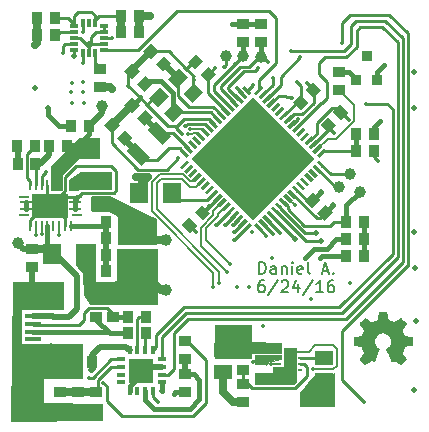
<source format=gtl>
G04 (created by PCBNEW (2013-07-07 BZR 4022)-stable) date 6/24/2016 5:08:50 PM*
%MOIN*%
G04 Gerber Fmt 3.4, Leading zero omitted, Abs format*
%FSLAX34Y34*%
G01*
G70*
G90*
G04 APERTURE LIST*
%ADD10C,0.00590551*%
%ADD11C,0.006*%
%ADD12C,0.0001*%
%ADD13R,0.0531496X0.015748*%
%ADD14R,0.0629921X0.0826772*%
%ADD15C,0.0393701*%
%ADD16R,0.036X0.036*%
%ADD17R,0.059X0.0512*%
%ADD18R,0.0354X0.0394*%
%ADD19R,0.0394X0.0354*%
%ADD20R,0.031X0.015748*%
%ADD21R,0.03X0.015748*%
%ADD22R,0.015748X0.031*%
%ADD23R,0.0846457X0.0846457*%
%ADD24R,0.0314961X0.011811*%
%ADD25R,0.011811X0.0314961*%
%ADD26R,0.063X0.071*%
%ADD27R,0.071X0.063*%
%ADD28R,0.015748X0.00787402*%
%ADD29R,0.0314961X0.0511811*%
%ADD30R,0.0110236X0.0334646*%
%ADD31R,0.120079X0.0807087*%
%ADD32R,0.0334646X0.0110236*%
%ADD33R,0.0442913X0.00905512*%
%ADD34C,0.014*%
%ADD35C,0.02*%
%ADD36C,0.015*%
%ADD37C,0.01*%
%ADD38C,0.025*%
%ADD39C,0.02*%
%ADD40C,0.005*%
%ADD41C,0.001*%
G04 APERTURE END LIST*
G54D10*
G54D11*
X88632Y-59269D02*
X88632Y-58875D01*
X88726Y-58875D01*
X88782Y-58894D01*
X88820Y-58931D01*
X88838Y-58969D01*
X88857Y-59044D01*
X88857Y-59100D01*
X88838Y-59175D01*
X88820Y-59213D01*
X88782Y-59250D01*
X88726Y-59269D01*
X88632Y-59269D01*
X89195Y-59269D02*
X89195Y-59063D01*
X89176Y-59025D01*
X89138Y-59006D01*
X89063Y-59006D01*
X89026Y-59025D01*
X89195Y-59250D02*
X89157Y-59269D01*
X89063Y-59269D01*
X89026Y-59250D01*
X89007Y-59213D01*
X89007Y-59175D01*
X89026Y-59138D01*
X89063Y-59119D01*
X89157Y-59119D01*
X89195Y-59100D01*
X89382Y-59006D02*
X89382Y-59269D01*
X89382Y-59044D02*
X89401Y-59025D01*
X89438Y-59006D01*
X89495Y-59006D01*
X89532Y-59025D01*
X89551Y-59063D01*
X89551Y-59269D01*
X89738Y-59269D02*
X89738Y-59006D01*
X89738Y-58875D02*
X89720Y-58894D01*
X89738Y-58913D01*
X89757Y-58894D01*
X89738Y-58875D01*
X89738Y-58913D01*
X90076Y-59250D02*
X90038Y-59269D01*
X89963Y-59269D01*
X89926Y-59250D01*
X89907Y-59213D01*
X89907Y-59063D01*
X89926Y-59025D01*
X89963Y-59006D01*
X90038Y-59006D01*
X90076Y-59025D01*
X90094Y-59063D01*
X90094Y-59100D01*
X89907Y-59138D01*
X90319Y-59269D02*
X90282Y-59250D01*
X90263Y-59213D01*
X90263Y-58875D01*
X90751Y-59156D02*
X90938Y-59156D01*
X90713Y-59269D02*
X90844Y-58875D01*
X90976Y-59269D01*
X91107Y-59231D02*
X91126Y-59250D01*
X91107Y-59269D01*
X91088Y-59250D01*
X91107Y-59231D01*
X91107Y-59269D01*
X88782Y-59486D02*
X88707Y-59486D01*
X88670Y-59505D01*
X88651Y-59524D01*
X88613Y-59580D01*
X88595Y-59655D01*
X88595Y-59805D01*
X88613Y-59843D01*
X88632Y-59861D01*
X88670Y-59880D01*
X88745Y-59880D01*
X88782Y-59861D01*
X88801Y-59843D01*
X88820Y-59805D01*
X88820Y-59711D01*
X88801Y-59674D01*
X88782Y-59655D01*
X88745Y-59636D01*
X88670Y-59636D01*
X88632Y-59655D01*
X88613Y-59674D01*
X88595Y-59711D01*
X89270Y-59468D02*
X88932Y-59974D01*
X89382Y-59524D02*
X89401Y-59505D01*
X89438Y-59486D01*
X89532Y-59486D01*
X89570Y-59505D01*
X89588Y-59524D01*
X89607Y-59561D01*
X89607Y-59599D01*
X89588Y-59655D01*
X89363Y-59880D01*
X89607Y-59880D01*
X89944Y-59618D02*
X89944Y-59880D01*
X89851Y-59468D02*
X89757Y-59749D01*
X90001Y-59749D01*
X90432Y-59468D02*
X90094Y-59974D01*
X90769Y-59880D02*
X90544Y-59880D01*
X90657Y-59880D02*
X90657Y-59486D01*
X90619Y-59543D01*
X90582Y-59580D01*
X90544Y-59599D01*
X91107Y-59486D02*
X91032Y-59486D01*
X90994Y-59505D01*
X90976Y-59524D01*
X90938Y-59580D01*
X90919Y-59655D01*
X90919Y-59805D01*
X90938Y-59843D01*
X90957Y-59861D01*
X90994Y-59880D01*
X91069Y-59880D01*
X91107Y-59861D01*
X91126Y-59843D01*
X91144Y-59805D01*
X91144Y-59711D01*
X91126Y-59674D01*
X91107Y-59655D01*
X91069Y-59636D01*
X90994Y-59636D01*
X90957Y-59655D01*
X90938Y-59674D01*
X90919Y-59711D01*
G54D12*
G36*
X93366Y-62304D02*
X93356Y-62298D01*
X93333Y-62284D01*
X93300Y-62262D01*
X93261Y-62236D01*
X93222Y-62210D01*
X93190Y-62189D01*
X93168Y-62174D01*
X93158Y-62169D01*
X93153Y-62171D01*
X93135Y-62180D01*
X93108Y-62194D01*
X93092Y-62202D01*
X93068Y-62212D01*
X93055Y-62215D01*
X93053Y-62211D01*
X93044Y-62192D01*
X93030Y-62160D01*
X93012Y-62117D01*
X92990Y-62067D01*
X92968Y-62014D01*
X92945Y-61959D01*
X92923Y-61906D01*
X92904Y-61859D01*
X92888Y-61821D01*
X92878Y-61794D01*
X92874Y-61783D01*
X92875Y-61780D01*
X92888Y-61768D01*
X92909Y-61752D01*
X92956Y-61714D01*
X93002Y-61657D01*
X93030Y-61592D01*
X93039Y-61519D01*
X93031Y-61452D01*
X93005Y-61388D01*
X92960Y-61330D01*
X92905Y-61287D01*
X92841Y-61260D01*
X92770Y-61251D01*
X92702Y-61259D01*
X92636Y-61285D01*
X92578Y-61329D01*
X92553Y-61357D01*
X92519Y-61416D01*
X92500Y-61478D01*
X92498Y-61494D01*
X92501Y-61563D01*
X92521Y-61630D01*
X92558Y-61689D01*
X92609Y-61738D01*
X92615Y-61742D01*
X92638Y-61760D01*
X92654Y-61772D01*
X92666Y-61782D01*
X92578Y-61994D01*
X92564Y-62027D01*
X92540Y-62085D01*
X92519Y-62135D01*
X92502Y-62175D01*
X92490Y-62201D01*
X92485Y-62212D01*
X92485Y-62213D01*
X92477Y-62214D01*
X92461Y-62208D01*
X92431Y-62194D01*
X92412Y-62184D01*
X92389Y-62173D01*
X92379Y-62169D01*
X92370Y-62174D01*
X92349Y-62188D01*
X92317Y-62209D01*
X92279Y-62234D01*
X92243Y-62259D01*
X92210Y-62281D01*
X92186Y-62296D01*
X92174Y-62303D01*
X92172Y-62303D01*
X92162Y-62297D01*
X92143Y-62281D01*
X92114Y-62254D01*
X92073Y-62213D01*
X92067Y-62207D01*
X92033Y-62173D01*
X92006Y-62144D01*
X91988Y-62124D01*
X91981Y-62115D01*
X91981Y-62115D01*
X91987Y-62103D01*
X92002Y-62079D01*
X92024Y-62045D01*
X92051Y-62006D01*
X92121Y-61904D01*
X92083Y-61808D01*
X92071Y-61778D01*
X92056Y-61743D01*
X92045Y-61717D01*
X92039Y-61706D01*
X92029Y-61702D01*
X92002Y-61696D01*
X91964Y-61688D01*
X91919Y-61680D01*
X91875Y-61672D01*
X91836Y-61664D01*
X91808Y-61659D01*
X91795Y-61656D01*
X91792Y-61654D01*
X91789Y-61648D01*
X91788Y-61635D01*
X91787Y-61611D01*
X91786Y-61574D01*
X91786Y-61519D01*
X91786Y-61513D01*
X91787Y-61462D01*
X91788Y-61420D01*
X91789Y-61394D01*
X91791Y-61383D01*
X91791Y-61383D01*
X91803Y-61380D01*
X91831Y-61374D01*
X91870Y-61367D01*
X91917Y-61358D01*
X91920Y-61357D01*
X91966Y-61348D01*
X92005Y-61340D01*
X92033Y-61334D01*
X92044Y-61330D01*
X92047Y-61327D01*
X92056Y-61309D01*
X92069Y-61280D01*
X92085Y-61245D01*
X92100Y-61208D01*
X92113Y-61175D01*
X92122Y-61151D01*
X92125Y-61140D01*
X92124Y-61139D01*
X92117Y-61128D01*
X92101Y-61104D01*
X92079Y-61071D01*
X92052Y-61031D01*
X92050Y-61028D01*
X92023Y-60989D01*
X92001Y-60955D01*
X91987Y-60932D01*
X91981Y-60921D01*
X91981Y-60920D01*
X91990Y-60908D01*
X92010Y-60886D01*
X92039Y-60856D01*
X92073Y-60821D01*
X92084Y-60811D01*
X92123Y-60773D01*
X92149Y-60749D01*
X92166Y-60736D01*
X92174Y-60733D01*
X92174Y-60733D01*
X92186Y-60740D01*
X92211Y-60756D01*
X92244Y-60779D01*
X92284Y-60806D01*
X92287Y-60808D01*
X92326Y-60835D01*
X92359Y-60857D01*
X92382Y-60873D01*
X92393Y-60879D01*
X92394Y-60879D01*
X92410Y-60874D01*
X92438Y-60864D01*
X92473Y-60851D01*
X92509Y-60836D01*
X92542Y-60822D01*
X92567Y-60811D01*
X92579Y-60804D01*
X92579Y-60804D01*
X92583Y-60790D01*
X92590Y-60760D01*
X92598Y-60720D01*
X92608Y-60672D01*
X92609Y-60664D01*
X92618Y-60617D01*
X92625Y-60578D01*
X92631Y-60551D01*
X92634Y-60540D01*
X92640Y-60539D01*
X92663Y-60537D01*
X92698Y-60536D01*
X92741Y-60536D01*
X92785Y-60536D01*
X92828Y-60537D01*
X92865Y-60538D01*
X92892Y-60540D01*
X92903Y-60542D01*
X92903Y-60543D01*
X92907Y-60558D01*
X92914Y-60587D01*
X92922Y-60628D01*
X92931Y-60676D01*
X92933Y-60685D01*
X92942Y-60731D01*
X92950Y-60770D01*
X92955Y-60796D01*
X92958Y-60807D01*
X92963Y-60809D01*
X92982Y-60817D01*
X93013Y-60830D01*
X93052Y-60846D01*
X93142Y-60882D01*
X93253Y-60807D01*
X93263Y-60800D01*
X93303Y-60773D01*
X93335Y-60751D01*
X93358Y-60736D01*
X93367Y-60731D01*
X93368Y-60731D01*
X93379Y-60741D01*
X93401Y-60762D01*
X93431Y-60791D01*
X93466Y-60825D01*
X93491Y-60851D01*
X93522Y-60882D01*
X93541Y-60903D01*
X93552Y-60916D01*
X93555Y-60924D01*
X93554Y-60930D01*
X93547Y-60941D01*
X93531Y-60965D01*
X93508Y-60999D01*
X93481Y-61038D01*
X93459Y-61071D01*
X93435Y-61108D01*
X93420Y-61134D01*
X93414Y-61147D01*
X93416Y-61152D01*
X93423Y-61174D01*
X93437Y-61207D01*
X93453Y-61246D01*
X93492Y-61333D01*
X93549Y-61344D01*
X93584Y-61351D01*
X93632Y-61360D01*
X93679Y-61369D01*
X93751Y-61383D01*
X93754Y-61649D01*
X93743Y-61654D01*
X93732Y-61657D01*
X93705Y-61663D01*
X93667Y-61671D01*
X93621Y-61679D01*
X93583Y-61686D01*
X93544Y-61694D01*
X93516Y-61699D01*
X93504Y-61702D01*
X93500Y-61706D01*
X93491Y-61725D01*
X93477Y-61755D01*
X93461Y-61791D01*
X93446Y-61828D01*
X93432Y-61863D01*
X93423Y-61889D01*
X93419Y-61902D01*
X93424Y-61913D01*
X93439Y-61936D01*
X93460Y-61968D01*
X93487Y-62007D01*
X93513Y-62045D01*
X93536Y-62078D01*
X93551Y-62102D01*
X93558Y-62113D01*
X93554Y-62120D01*
X93539Y-62139D01*
X93510Y-62169D01*
X93466Y-62212D01*
X93459Y-62219D01*
X93425Y-62252D01*
X93396Y-62279D01*
X93375Y-62297D01*
X93366Y-62304D01*
X93366Y-62304D01*
G37*
G54D13*
X81110Y-60678D03*
X81110Y-60934D03*
X81110Y-61190D03*
X81110Y-61445D03*
X81110Y-61701D03*
G54D14*
X81060Y-62410D03*
X81060Y-59969D03*
G54D15*
X88680Y-52030D03*
X83380Y-53680D03*
X88130Y-61220D03*
X80590Y-58250D03*
X88100Y-52020D03*
X87530Y-52020D03*
X85520Y-59810D03*
X91653Y-55944D03*
X91299Y-56377D03*
X91980Y-56530D03*
X85520Y-58135D03*
G54D16*
X92570Y-52790D03*
X91870Y-52790D03*
X92220Y-51990D03*
G54D17*
X90787Y-62815D03*
X90787Y-62065D03*
X83340Y-56175D03*
X83340Y-56925D03*
G54D18*
X84254Y-61250D03*
X84846Y-61250D03*
X84254Y-60700D03*
X84846Y-60700D03*
G54D19*
X88110Y-62932D03*
X88110Y-63524D03*
X88110Y-61869D03*
X88110Y-62461D03*
G54D18*
X84116Y-58650D03*
X83524Y-58650D03*
X83524Y-58080D03*
X84116Y-58080D03*
G54D19*
X86150Y-63206D03*
X86150Y-62614D03*
G54D18*
X81176Y-55620D03*
X80584Y-55620D03*
X81146Y-55000D03*
X80554Y-55000D03*
G54D19*
X86160Y-62106D03*
X86160Y-61514D03*
X91290Y-52544D03*
X91290Y-53136D03*
G54D18*
X82236Y-55000D03*
X81644Y-55000D03*
X92126Y-57530D03*
X91534Y-57530D03*
X92116Y-58670D03*
X91524Y-58670D03*
G54D10*
G36*
X88425Y-53386D02*
X90471Y-55433D01*
X88425Y-57479D01*
X86379Y-55433D01*
X88425Y-53386D01*
X88425Y-53386D01*
G37*
G36*
X88543Y-57555D02*
X88780Y-57792D01*
X88696Y-57875D01*
X88459Y-57639D01*
X88543Y-57555D01*
X88543Y-57555D01*
G37*
G36*
X88682Y-57416D02*
X88919Y-57653D01*
X88835Y-57736D01*
X88599Y-57500D01*
X88682Y-57416D01*
X88682Y-57416D01*
G37*
G36*
X88821Y-57277D02*
X89058Y-57514D01*
X88975Y-57597D01*
X88738Y-57360D01*
X88821Y-57277D01*
X88821Y-57277D01*
G37*
G36*
X88961Y-57138D02*
X89197Y-57374D01*
X89114Y-57458D01*
X88877Y-57221D01*
X88961Y-57138D01*
X88961Y-57138D01*
G37*
G36*
X89100Y-56999D02*
X89336Y-57235D01*
X89253Y-57319D01*
X89016Y-57082D01*
X89100Y-56999D01*
X89100Y-56999D01*
G37*
G36*
X89239Y-56859D02*
X89476Y-57096D01*
X89392Y-57179D01*
X89155Y-56943D01*
X89239Y-56859D01*
X89239Y-56859D01*
G37*
G36*
X89378Y-56720D02*
X89615Y-56957D01*
X89531Y-57040D01*
X89295Y-56804D01*
X89378Y-56720D01*
X89378Y-56720D01*
G37*
G36*
X89517Y-56581D02*
X89754Y-56818D01*
X89670Y-56901D01*
X89434Y-56664D01*
X89517Y-56581D01*
X89517Y-56581D01*
G37*
G36*
X89657Y-56442D02*
X89893Y-56678D01*
X89810Y-56762D01*
X89573Y-56525D01*
X89657Y-56442D01*
X89657Y-56442D01*
G37*
G36*
X89796Y-56303D02*
X90032Y-56539D01*
X89949Y-56623D01*
X89712Y-56386D01*
X89796Y-56303D01*
X89796Y-56303D01*
G37*
G36*
X89935Y-56163D02*
X90172Y-56400D01*
X90088Y-56483D01*
X89851Y-56247D01*
X89935Y-56163D01*
X89935Y-56163D01*
G37*
G36*
X90074Y-56024D02*
X90311Y-56261D01*
X90227Y-56344D01*
X89991Y-56108D01*
X90074Y-56024D01*
X90074Y-56024D01*
G37*
G36*
X90213Y-55885D02*
X90450Y-56122D01*
X90366Y-56205D01*
X90130Y-55968D01*
X90213Y-55885D01*
X90213Y-55885D01*
G37*
G36*
X90353Y-55746D02*
X90589Y-55982D01*
X90506Y-56066D01*
X90269Y-55829D01*
X90353Y-55746D01*
X90353Y-55746D01*
G37*
G36*
X90492Y-55607D02*
X90728Y-55843D01*
X90645Y-55927D01*
X90408Y-55690D01*
X90492Y-55607D01*
X90492Y-55607D01*
G37*
G36*
X90631Y-55467D02*
X90868Y-55704D01*
X90784Y-55788D01*
X90547Y-55551D01*
X90631Y-55467D01*
X90631Y-55467D01*
G37*
G36*
X90868Y-55161D02*
X90631Y-55398D01*
X90547Y-55314D01*
X90784Y-55078D01*
X90868Y-55161D01*
X90868Y-55161D01*
G37*
G36*
X90728Y-55022D02*
X90492Y-55259D01*
X90408Y-55175D01*
X90645Y-54938D01*
X90728Y-55022D01*
X90728Y-55022D01*
G37*
G36*
X90589Y-54883D02*
X90353Y-55119D01*
X90269Y-55036D01*
X90506Y-54799D01*
X90589Y-54883D01*
X90589Y-54883D01*
G37*
G36*
X90450Y-54744D02*
X90213Y-54980D01*
X90130Y-54897D01*
X90366Y-54660D01*
X90450Y-54744D01*
X90450Y-54744D01*
G37*
G36*
X90311Y-54604D02*
X90074Y-54841D01*
X89991Y-54757D01*
X90227Y-54521D01*
X90311Y-54604D01*
X90311Y-54604D01*
G37*
G36*
X90172Y-54465D02*
X89935Y-54702D01*
X89851Y-54618D01*
X90088Y-54382D01*
X90172Y-54465D01*
X90172Y-54465D01*
G37*
G36*
X90032Y-54326D02*
X89796Y-54563D01*
X89712Y-54479D01*
X89949Y-54242D01*
X90032Y-54326D01*
X90032Y-54326D01*
G37*
G36*
X89893Y-54187D02*
X89657Y-54423D01*
X89573Y-54340D01*
X89810Y-54103D01*
X89893Y-54187D01*
X89893Y-54187D01*
G37*
G36*
X89754Y-54048D02*
X89517Y-54284D01*
X89434Y-54201D01*
X89670Y-53964D01*
X89754Y-54048D01*
X89754Y-54048D01*
G37*
G36*
X89615Y-53908D02*
X89378Y-54145D01*
X89295Y-54062D01*
X89531Y-53825D01*
X89615Y-53908D01*
X89615Y-53908D01*
G37*
G36*
X89476Y-53769D02*
X89239Y-54006D01*
X89155Y-53922D01*
X89392Y-53686D01*
X89476Y-53769D01*
X89476Y-53769D01*
G37*
G36*
X89336Y-53630D02*
X89100Y-53867D01*
X89016Y-53783D01*
X89253Y-53546D01*
X89336Y-53630D01*
X89336Y-53630D01*
G37*
G36*
X89197Y-53491D02*
X88961Y-53727D01*
X88877Y-53644D01*
X89114Y-53407D01*
X89197Y-53491D01*
X89197Y-53491D01*
G37*
G36*
X89058Y-53352D02*
X88821Y-53588D01*
X88738Y-53505D01*
X88975Y-53268D01*
X89058Y-53352D01*
X89058Y-53352D01*
G37*
G36*
X88919Y-53212D02*
X88682Y-53449D01*
X88599Y-53366D01*
X88835Y-53129D01*
X88919Y-53212D01*
X88919Y-53212D01*
G37*
G36*
X88780Y-53073D02*
X88543Y-53310D01*
X88459Y-53226D01*
X88696Y-52990D01*
X88780Y-53073D01*
X88780Y-53073D01*
G37*
G36*
X88153Y-52990D02*
X88390Y-53226D01*
X88306Y-53310D01*
X88070Y-53073D01*
X88153Y-52990D01*
X88153Y-52990D01*
G37*
G36*
X88014Y-53129D02*
X88251Y-53366D01*
X88167Y-53449D01*
X87931Y-53212D01*
X88014Y-53129D01*
X88014Y-53129D01*
G37*
G36*
X87875Y-53268D02*
X88112Y-53505D01*
X88028Y-53588D01*
X87791Y-53352D01*
X87875Y-53268D01*
X87875Y-53268D01*
G37*
G36*
X87736Y-53407D02*
X87972Y-53644D01*
X87889Y-53727D01*
X87652Y-53491D01*
X87736Y-53407D01*
X87736Y-53407D01*
G37*
G36*
X87596Y-53546D02*
X87833Y-53783D01*
X87750Y-53867D01*
X87513Y-53630D01*
X87596Y-53546D01*
X87596Y-53546D01*
G37*
G36*
X87457Y-53686D02*
X87694Y-53922D01*
X87610Y-54006D01*
X87374Y-53769D01*
X87457Y-53686D01*
X87457Y-53686D01*
G37*
G36*
X87318Y-53825D02*
X87555Y-54062D01*
X87471Y-54145D01*
X87235Y-53908D01*
X87318Y-53825D01*
X87318Y-53825D01*
G37*
G36*
X87179Y-53964D02*
X87416Y-54201D01*
X87332Y-54284D01*
X87095Y-54048D01*
X87179Y-53964D01*
X87179Y-53964D01*
G37*
G36*
X87040Y-54103D02*
X87276Y-54340D01*
X87193Y-54423D01*
X86956Y-54187D01*
X87040Y-54103D01*
X87040Y-54103D01*
G37*
G36*
X86901Y-54242D02*
X87137Y-54479D01*
X87054Y-54563D01*
X86817Y-54326D01*
X86901Y-54242D01*
X86901Y-54242D01*
G37*
G36*
X86761Y-54382D02*
X86998Y-54618D01*
X86914Y-54702D01*
X86678Y-54465D01*
X86761Y-54382D01*
X86761Y-54382D01*
G37*
G36*
X86622Y-54521D02*
X86859Y-54757D01*
X86775Y-54841D01*
X86539Y-54604D01*
X86622Y-54521D01*
X86622Y-54521D01*
G37*
G36*
X86483Y-54660D02*
X86720Y-54897D01*
X86636Y-54980D01*
X86399Y-54744D01*
X86483Y-54660D01*
X86483Y-54660D01*
G37*
G36*
X86344Y-54799D02*
X86580Y-55036D01*
X86497Y-55119D01*
X86260Y-54883D01*
X86344Y-54799D01*
X86344Y-54799D01*
G37*
G36*
X86205Y-54938D02*
X86441Y-55175D01*
X86358Y-55259D01*
X86121Y-55022D01*
X86205Y-54938D01*
X86205Y-54938D01*
G37*
G36*
X86065Y-55078D02*
X86302Y-55314D01*
X86218Y-55398D01*
X85982Y-55161D01*
X86065Y-55078D01*
X86065Y-55078D01*
G37*
G36*
X86302Y-55551D02*
X86065Y-55788D01*
X85982Y-55704D01*
X86218Y-55467D01*
X86302Y-55551D01*
X86302Y-55551D01*
G37*
G36*
X86441Y-55690D02*
X86205Y-55927D01*
X86121Y-55843D01*
X86358Y-55607D01*
X86441Y-55690D01*
X86441Y-55690D01*
G37*
G36*
X86580Y-55829D02*
X86344Y-56066D01*
X86260Y-55982D01*
X86497Y-55746D01*
X86580Y-55829D01*
X86580Y-55829D01*
G37*
G36*
X86720Y-55968D02*
X86483Y-56205D01*
X86399Y-56122D01*
X86636Y-55885D01*
X86720Y-55968D01*
X86720Y-55968D01*
G37*
G36*
X86859Y-56108D02*
X86622Y-56344D01*
X86539Y-56261D01*
X86775Y-56024D01*
X86859Y-56108D01*
X86859Y-56108D01*
G37*
G36*
X86998Y-56247D02*
X86761Y-56483D01*
X86678Y-56400D01*
X86914Y-56163D01*
X86998Y-56247D01*
X86998Y-56247D01*
G37*
G36*
X87137Y-56386D02*
X86901Y-56623D01*
X86817Y-56539D01*
X87054Y-56303D01*
X87137Y-56386D01*
X87137Y-56386D01*
G37*
G36*
X87276Y-56525D02*
X87040Y-56762D01*
X86956Y-56678D01*
X87193Y-56442D01*
X87276Y-56525D01*
X87276Y-56525D01*
G37*
G36*
X87416Y-56664D02*
X87179Y-56901D01*
X87095Y-56818D01*
X87332Y-56581D01*
X87416Y-56664D01*
X87416Y-56664D01*
G37*
G36*
X87555Y-56804D02*
X87318Y-57040D01*
X87235Y-56957D01*
X87471Y-56720D01*
X87555Y-56804D01*
X87555Y-56804D01*
G37*
G36*
X87694Y-56943D02*
X87457Y-57179D01*
X87374Y-57096D01*
X87610Y-56859D01*
X87694Y-56943D01*
X87694Y-56943D01*
G37*
G36*
X87833Y-57082D02*
X87596Y-57319D01*
X87513Y-57235D01*
X87750Y-56999D01*
X87833Y-57082D01*
X87833Y-57082D01*
G37*
G36*
X87972Y-57221D02*
X87736Y-57458D01*
X87652Y-57374D01*
X87889Y-57138D01*
X87972Y-57221D01*
X87972Y-57221D01*
G37*
G36*
X88112Y-57360D02*
X87875Y-57597D01*
X87791Y-57514D01*
X88028Y-57277D01*
X88112Y-57360D01*
X88112Y-57360D01*
G37*
G36*
X88251Y-57500D02*
X88014Y-57736D01*
X87931Y-57653D01*
X88167Y-57416D01*
X88251Y-57500D01*
X88251Y-57500D01*
G37*
G36*
X88390Y-57639D02*
X88153Y-57875D01*
X88070Y-57792D01*
X88306Y-57555D01*
X88390Y-57639D01*
X88390Y-57639D01*
G37*
G54D20*
X84020Y-62372D03*
X84020Y-62627D03*
X84020Y-62116D03*
X84020Y-62883D03*
X85379Y-62883D03*
G54D21*
X85379Y-62627D03*
G54D20*
X85379Y-62372D03*
X85379Y-62116D03*
G54D22*
X85083Y-63179D03*
X84827Y-63179D03*
X84572Y-63179D03*
X84316Y-63179D03*
X85083Y-61820D03*
X84572Y-61820D03*
X84827Y-61820D03*
X84316Y-61820D03*
G54D23*
X84700Y-62500D03*
G54D24*
X82448Y-51793D03*
X82448Y-51596D03*
X82448Y-51400D03*
X82448Y-51203D03*
X82448Y-51006D03*
G54D25*
X82753Y-50898D03*
X82950Y-50898D03*
X83146Y-50898D03*
G54D24*
X83451Y-51006D03*
X83451Y-51203D03*
X83451Y-51400D03*
X83451Y-51596D03*
X83451Y-51793D03*
G54D25*
X83146Y-51901D03*
X82753Y-51901D03*
X82950Y-51901D03*
G54D10*
G36*
X84918Y-54461D02*
X85197Y-54183D01*
X85698Y-54684D01*
X85419Y-54963D01*
X84918Y-54461D01*
X84918Y-54461D01*
G37*
G36*
X84222Y-55157D02*
X84501Y-54879D01*
X85002Y-55380D01*
X84724Y-55658D01*
X84222Y-55157D01*
X84222Y-55157D01*
G37*
G54D26*
X85735Y-56560D03*
X84635Y-56560D03*
G54D27*
X84830Y-57770D03*
X84830Y-58870D03*
G54D26*
X81740Y-58610D03*
X82840Y-58610D03*
G54D17*
X87440Y-61790D03*
X87440Y-62540D03*
G54D18*
X81836Y-50740D03*
X81244Y-50740D03*
G54D10*
G36*
X86758Y-57496D02*
X86480Y-57217D01*
X86730Y-56967D01*
X87009Y-57245D01*
X86758Y-57496D01*
X86758Y-57496D01*
G37*
G36*
X86340Y-57914D02*
X86061Y-57636D01*
X86311Y-57385D01*
X86590Y-57664D01*
X86340Y-57914D01*
X86340Y-57914D01*
G37*
G36*
X90012Y-53291D02*
X90291Y-53569D01*
X90041Y-53820D01*
X89762Y-53541D01*
X90012Y-53291D01*
X90012Y-53291D01*
G37*
G36*
X90431Y-52872D02*
X90709Y-53151D01*
X90459Y-53401D01*
X90181Y-53123D01*
X90431Y-52872D01*
X90431Y-52872D01*
G37*
G36*
X86664Y-52633D02*
X86943Y-52354D01*
X87193Y-52605D01*
X86915Y-52883D01*
X86664Y-52633D01*
X86664Y-52633D01*
G37*
G36*
X86246Y-52214D02*
X86524Y-51936D01*
X86775Y-52186D01*
X86496Y-52465D01*
X86246Y-52214D01*
X86246Y-52214D01*
G37*
G36*
X90918Y-54039D02*
X91196Y-54317D01*
X90946Y-54568D01*
X90667Y-54289D01*
X90918Y-54039D01*
X90918Y-54039D01*
G37*
G36*
X91336Y-53620D02*
X91615Y-53899D01*
X91365Y-54149D01*
X91086Y-53871D01*
X91336Y-53620D01*
X91336Y-53620D01*
G37*
G54D18*
X84024Y-51200D03*
X84616Y-51200D03*
G54D19*
X83330Y-52434D03*
X83330Y-53026D03*
G54D18*
X84024Y-50670D03*
X84616Y-50670D03*
X81826Y-51300D03*
X81234Y-51300D03*
G54D10*
G36*
X84551Y-54081D02*
X84829Y-53803D01*
X85080Y-54053D01*
X84801Y-54332D01*
X84551Y-54081D01*
X84551Y-54081D01*
G37*
G36*
X84132Y-53663D02*
X84411Y-53384D01*
X84661Y-53634D01*
X84382Y-53913D01*
X84132Y-53663D01*
X84132Y-53663D01*
G37*
G36*
X90685Y-56796D02*
X90406Y-57075D01*
X90156Y-56824D01*
X90434Y-56546D01*
X90685Y-56796D01*
X90685Y-56796D01*
G37*
G36*
X91103Y-57215D02*
X90825Y-57493D01*
X90574Y-57243D01*
X90853Y-56964D01*
X91103Y-57215D01*
X91103Y-57215D01*
G37*
G54D19*
X82000Y-63204D03*
X82000Y-63796D03*
G54D10*
G36*
X83881Y-54751D02*
X84160Y-54472D01*
X84410Y-54722D01*
X84132Y-55001D01*
X83881Y-54751D01*
X83881Y-54751D01*
G37*
G36*
X83463Y-54332D02*
X83741Y-54053D01*
X83992Y-54304D01*
X83713Y-54582D01*
X83463Y-54332D01*
X83463Y-54332D01*
G37*
G54D19*
X81050Y-58434D03*
X81050Y-59026D03*
G54D18*
X84116Y-57550D03*
X83524Y-57550D03*
X83534Y-59170D03*
X84126Y-59170D03*
G54D19*
X88700Y-62144D03*
X88700Y-62736D03*
G54D10*
G36*
X84551Y-52939D02*
X84829Y-52661D01*
X85080Y-52911D01*
X84801Y-53190D01*
X84551Y-52939D01*
X84551Y-52939D01*
G37*
G36*
X84132Y-52521D02*
X84411Y-52242D01*
X84661Y-52493D01*
X84382Y-52771D01*
X84132Y-52521D01*
X84132Y-52521D01*
G37*
G36*
X85181Y-52270D02*
X85459Y-51992D01*
X85709Y-52242D01*
X85431Y-52521D01*
X85181Y-52270D01*
X85181Y-52270D01*
G37*
G36*
X84762Y-51852D02*
X85041Y-51573D01*
X85291Y-51823D01*
X85012Y-52102D01*
X84762Y-51852D01*
X84762Y-51852D01*
G37*
G54D18*
X82956Y-54330D03*
X82364Y-54330D03*
X92126Y-58110D03*
X91534Y-58110D03*
G54D19*
X83200Y-60696D03*
X83200Y-60104D03*
X83750Y-60696D03*
X83750Y-60104D03*
G54D18*
X83046Y-62200D03*
X82454Y-62200D03*
G54D19*
X82600Y-63204D03*
X82600Y-63796D03*
X83200Y-63204D03*
X83200Y-63796D03*
G54D10*
G36*
X85615Y-53334D02*
X85253Y-53696D01*
X84961Y-53404D01*
X85323Y-53042D01*
X85615Y-53334D01*
X85615Y-53334D01*
G37*
G36*
X86130Y-53849D02*
X85768Y-54211D01*
X85476Y-53919D01*
X85838Y-53557D01*
X86130Y-53849D01*
X86130Y-53849D01*
G37*
G36*
X86255Y-52694D02*
X85893Y-53056D01*
X85601Y-52764D01*
X85963Y-52402D01*
X86255Y-52694D01*
X86255Y-52694D01*
G37*
G36*
X86770Y-53209D02*
X86408Y-53571D01*
X86116Y-53279D01*
X86478Y-52917D01*
X86770Y-53209D01*
X86770Y-53209D01*
G37*
G54D28*
X89291Y-61870D03*
X89291Y-62066D03*
X89291Y-62263D03*
X89291Y-62460D03*
X90000Y-62460D03*
X90000Y-62263D03*
X90000Y-62066D03*
X90000Y-61870D03*
G54D29*
X89645Y-62165D03*
G54D30*
X82363Y-57674D03*
X82167Y-57674D03*
X81970Y-57674D03*
X81773Y-57674D03*
X81576Y-57674D03*
X81379Y-57674D03*
X81182Y-57674D03*
X80986Y-57674D03*
X82363Y-56315D03*
X82167Y-56315D03*
X81970Y-56315D03*
X81773Y-56315D03*
X81576Y-56315D03*
X81379Y-56315D03*
X81182Y-56315D03*
X80986Y-56315D03*
G54D31*
X81675Y-56995D03*
G54D32*
X82550Y-57290D03*
X82550Y-56699D03*
X80799Y-57290D03*
X80799Y-56699D03*
G54D33*
X82496Y-57103D03*
X82496Y-56886D03*
X80853Y-57103D03*
X80853Y-56886D03*
G54D19*
X88105Y-50939D03*
X88105Y-51531D03*
X88690Y-50939D03*
X88690Y-51531D03*
G54D18*
X92446Y-55180D03*
X91854Y-55180D03*
X91864Y-54610D03*
X92456Y-54610D03*
G54D34*
X87260Y-61390D03*
X87670Y-61380D03*
X87408Y-61193D03*
X87660Y-61060D03*
X87230Y-61110D03*
X88775Y-61000D03*
X89890Y-52870D03*
X87715Y-50945D03*
X88430Y-62200D03*
X87160Y-52400D03*
G54D35*
X82880Y-63190D03*
X82300Y-63210D03*
X84900Y-58190D03*
X84600Y-58190D03*
X90730Y-63200D03*
X90300Y-63460D03*
X90300Y-63060D03*
X90730Y-63450D03*
X90500Y-63230D03*
X90700Y-56530D03*
G54D34*
X90669Y-58740D03*
G54D35*
X81170Y-53060D03*
X93800Y-63130D03*
X93800Y-57870D03*
X93810Y-52530D03*
G54D34*
X89073Y-62066D03*
X86968Y-57007D03*
X91141Y-54566D03*
X84540Y-57340D03*
X84300Y-57220D03*
X84050Y-57120D03*
X83830Y-56980D03*
X87900Y-59705D03*
X86245Y-54610D03*
X90005Y-52045D03*
X88395Y-57885D03*
X87204Y-57637D03*
X87480Y-57637D03*
X87755Y-57637D03*
X87795Y-57874D03*
X87795Y-58149D03*
X88858Y-57992D03*
X89094Y-57952D03*
X89330Y-57913D03*
X87110Y-59715D03*
X89080Y-52730D03*
X82760Y-51210D03*
X83720Y-51410D03*
X88580Y-52420D03*
X87295Y-59565D03*
X88290Y-59710D03*
X86335Y-54435D03*
X85265Y-63540D03*
X92135Y-63535D03*
X91405Y-51570D03*
X87840Y-52270D03*
X82100Y-51920D03*
X88915Y-52200D03*
X89690Y-51840D03*
X87750Y-52630D03*
X82760Y-52230D03*
X87470Y-52370D03*
X86160Y-54350D03*
X89815Y-56980D03*
G54D35*
X90520Y-57900D03*
X90700Y-58160D03*
X89820Y-58090D03*
G54D34*
X88440Y-52980D03*
X89030Y-62280D03*
X92210Y-53595D03*
X89920Y-54110D03*
X82950Y-62735D03*
X89725Y-53405D03*
X87660Y-58930D03*
X81380Y-57935D03*
X81185Y-57980D03*
X87550Y-59200D03*
X81340Y-58435D03*
X83440Y-62895D03*
X87880Y-53060D03*
X81520Y-55870D03*
G54D35*
X81710Y-61680D03*
X81060Y-63259D03*
X80680Y-62950D03*
X80700Y-63380D03*
X81130Y-63810D03*
X80750Y-63850D03*
X81625Y-60215D03*
X81535Y-59785D03*
G54D34*
X89120Y-56250D03*
X88460Y-55380D03*
X86680Y-55450D03*
X90175Y-55480D03*
X88440Y-53750D03*
X92805Y-52290D03*
X92665Y-54165D03*
G54D35*
X85170Y-59610D03*
G54D34*
X82970Y-51560D03*
X86460Y-52810D03*
X82770Y-53190D03*
X82360Y-53210D03*
X82390Y-52920D03*
X82390Y-53570D03*
X82780Y-53580D03*
X82760Y-52880D03*
G54D35*
X81600Y-53750D03*
X85050Y-59410D03*
X91090Y-56970D03*
G54D34*
X90157Y-58740D03*
G54D35*
X93810Y-53730D03*
X93850Y-60850D03*
X93830Y-59060D03*
X82460Y-52020D03*
X83730Y-53100D03*
X85010Y-50680D03*
X81160Y-51630D03*
G54D34*
X90354Y-60118D03*
X87440Y-63130D03*
X87680Y-63490D03*
X89640Y-62560D03*
X89360Y-62750D03*
X89580Y-62720D03*
X89150Y-62730D03*
X89560Y-62320D03*
X89710Y-62150D03*
X89570Y-61990D03*
X90413Y-62421D03*
X86045Y-54595D03*
X85944Y-55393D03*
X84881Y-53622D03*
X84251Y-52992D03*
X84921Y-56023D03*
X84527Y-56023D03*
X86535Y-57874D03*
X91614Y-54133D03*
X90236Y-52913D03*
X83149Y-59842D03*
X83010Y-59670D03*
X91653Y-59566D03*
X89055Y-58740D03*
X82060Y-56780D03*
X83858Y-59566D03*
X84055Y-59448D03*
X81670Y-57200D03*
X81670Y-56760D03*
X81270Y-56780D03*
X80584Y-55294D03*
X85780Y-63260D03*
X82460Y-62670D03*
X84700Y-62500D03*
G54D35*
X83035Y-62485D03*
X85400Y-63180D03*
G54D34*
X92590Y-55510D03*
X81875Y-55980D03*
X81970Y-57955D03*
X83010Y-54890D03*
X82740Y-55150D03*
X83030Y-55160D03*
X82710Y-54860D03*
G54D36*
X87440Y-61790D02*
X87440Y-61570D01*
X87440Y-61570D02*
X87260Y-61390D01*
X87670Y-61380D02*
X87560Y-61380D01*
X87440Y-61609D02*
X87670Y-61380D01*
X87440Y-61790D02*
X87440Y-61609D01*
X87560Y-61380D02*
X87408Y-61193D01*
X88110Y-61869D02*
X88110Y-61510D01*
X88110Y-61510D02*
X87660Y-61060D01*
X87408Y-61193D02*
X87230Y-61110D01*
G54D37*
X89291Y-61870D02*
X89192Y-61870D01*
X88207Y-61771D02*
X88110Y-61869D01*
X89094Y-61771D02*
X88207Y-61771D01*
X89192Y-61870D02*
X89094Y-61771D01*
X90026Y-53555D02*
X90026Y-53006D01*
X90026Y-53006D02*
X89890Y-52870D01*
G54D36*
X88105Y-50939D02*
X87721Y-50939D01*
X87721Y-50939D02*
X87715Y-50945D01*
G54D37*
X87721Y-50939D02*
X87715Y-50945D01*
G54D36*
X88690Y-50939D02*
X88105Y-50939D01*
G54D38*
X85520Y-58135D02*
X85195Y-58135D01*
X85195Y-58135D02*
X84830Y-57770D01*
G54D37*
X84020Y-62372D02*
X83690Y-62372D01*
X83690Y-62372D02*
X83250Y-62812D01*
X83250Y-62812D02*
X83250Y-63154D01*
X83250Y-63154D02*
X83200Y-63204D01*
G54D11*
X88700Y-62144D02*
X88485Y-62144D01*
X88485Y-62144D02*
X88430Y-62200D01*
G54D37*
X86929Y-52619D02*
X86940Y-52619D01*
X86940Y-52619D02*
X87160Y-52400D01*
X87534Y-53846D02*
X87534Y-53844D01*
X86929Y-53239D02*
X86929Y-52619D01*
X87534Y-53844D02*
X86929Y-53239D01*
G54D39*
X83200Y-63204D02*
X82894Y-63204D01*
X82894Y-63204D02*
X82880Y-63190D01*
X82600Y-63204D02*
X82306Y-63204D01*
X82306Y-63204D02*
X82300Y-63210D01*
G54D38*
X90730Y-63200D02*
X90530Y-63200D01*
X90300Y-63460D02*
X90720Y-63460D01*
X90787Y-62815D02*
X90544Y-62815D01*
X90544Y-62815D02*
X90300Y-63060D01*
X90300Y-63460D02*
X90300Y-63060D01*
X90720Y-63460D02*
X90730Y-63450D01*
X90730Y-63200D02*
X90730Y-63450D01*
X90530Y-63200D02*
X90500Y-63230D01*
G54D36*
X90420Y-56810D02*
X90420Y-56809D01*
X90420Y-56809D02*
X90700Y-56530D01*
X91524Y-58670D02*
X90739Y-58670D01*
X90739Y-58670D02*
X90669Y-58740D01*
G54D37*
X90420Y-56810D02*
X90220Y-56810D01*
X90220Y-56810D02*
X89872Y-56463D01*
G54D11*
X89291Y-62066D02*
X89073Y-62066D01*
G54D37*
X89291Y-62066D02*
X88778Y-62066D01*
X88778Y-62066D02*
X88700Y-62144D01*
X86744Y-57231D02*
X86968Y-57007D01*
X90932Y-54303D02*
X90932Y-54357D01*
X90932Y-54357D02*
X91141Y-54566D01*
X86744Y-57231D02*
X86765Y-57231D01*
X86765Y-57231D02*
X87255Y-56741D01*
X90932Y-54303D02*
X90932Y-54456D01*
X90932Y-54456D02*
X90429Y-54959D01*
X90026Y-53555D02*
X89884Y-53555D01*
X89884Y-53555D02*
X89455Y-53985D01*
G54D36*
X84830Y-57770D02*
X84830Y-57630D01*
X84830Y-57630D02*
X84540Y-57340D01*
X84116Y-58080D02*
X84116Y-57404D01*
X84116Y-57404D02*
X84300Y-57220D01*
X84116Y-57550D02*
X84116Y-57186D01*
X84116Y-57186D02*
X84050Y-57120D01*
X83340Y-56925D02*
X83775Y-56925D01*
X83775Y-56925D02*
X83830Y-56980D01*
G54D39*
X84830Y-57770D02*
X84336Y-57770D01*
X84336Y-57770D02*
X84116Y-57550D01*
X84116Y-58080D02*
X84116Y-57550D01*
G54D38*
X82000Y-63204D02*
X83200Y-63204D01*
G54D37*
X90707Y-55238D02*
X90707Y-55237D01*
X90765Y-55180D02*
X91854Y-55180D01*
X90707Y-55237D02*
X90765Y-55180D01*
G54D36*
X91864Y-54610D02*
X91864Y-55170D01*
X91864Y-55170D02*
X91854Y-55180D01*
G54D11*
X86699Y-54681D02*
X86686Y-54681D01*
X86380Y-54610D02*
X86245Y-54610D01*
X86425Y-54565D02*
X86380Y-54610D01*
X86570Y-54565D02*
X86425Y-54565D01*
X86686Y-54681D02*
X86570Y-54565D01*
G54D37*
X89350Y-52977D02*
X88898Y-53428D01*
X89350Y-52700D02*
X89350Y-52977D01*
X90005Y-52045D02*
X89350Y-52700D01*
X87673Y-57159D02*
X87673Y-57168D01*
X87673Y-57168D02*
X87204Y-57637D01*
X87812Y-57298D02*
X87812Y-57305D01*
X87812Y-57305D02*
X87480Y-57637D01*
X87951Y-57437D02*
X87951Y-57441D01*
X87951Y-57441D02*
X87755Y-57637D01*
X88091Y-57576D02*
X88091Y-57578D01*
X88091Y-57578D02*
X87795Y-57874D01*
X88230Y-57715D02*
X88229Y-57715D01*
X88229Y-57715D02*
X87795Y-58149D01*
X88620Y-57753D02*
X88620Y-57715D01*
X88858Y-57992D02*
X88620Y-57753D01*
X88759Y-57617D02*
X88759Y-57576D01*
X89094Y-57952D02*
X88759Y-57617D01*
X88898Y-57481D02*
X88898Y-57437D01*
X89330Y-57913D02*
X88898Y-57481D01*
G54D11*
X86559Y-56045D02*
X86559Y-56050D01*
X87110Y-59235D02*
X87110Y-59715D01*
X85055Y-57180D02*
X87110Y-59235D01*
X85055Y-56200D02*
X85055Y-57180D01*
X85325Y-55930D02*
X85055Y-56200D01*
X86080Y-55930D02*
X85325Y-55930D01*
X86325Y-56175D02*
X86080Y-55930D01*
X86435Y-56175D02*
X86325Y-56175D01*
X86559Y-56050D02*
X86435Y-56175D01*
G54D37*
X88759Y-53289D02*
X88759Y-53275D01*
X88759Y-53275D02*
X89080Y-52955D01*
X89080Y-52955D02*
X89080Y-52730D01*
X82753Y-51203D02*
X82753Y-50898D01*
X82760Y-51210D02*
X82753Y-51203D01*
X87951Y-53428D02*
X87918Y-53428D01*
X83710Y-51400D02*
X83451Y-51400D01*
X83720Y-51410D02*
X83710Y-51400D01*
X88480Y-52520D02*
X88580Y-52420D01*
X88120Y-52520D02*
X88480Y-52520D01*
X87590Y-53050D02*
X88120Y-52520D01*
X87590Y-53100D02*
X87590Y-53050D01*
X87918Y-53428D02*
X87590Y-53100D01*
X84965Y-51435D02*
X85880Y-50520D01*
X89190Y-50750D02*
X89190Y-51220D01*
X88960Y-50520D02*
X89190Y-50750D01*
X85880Y-50520D02*
X88960Y-50520D01*
X88620Y-53150D02*
X88620Y-52819D01*
X88620Y-52819D02*
X89190Y-52250D01*
X84606Y-51793D02*
X83451Y-51793D01*
X84965Y-51435D02*
X84606Y-51793D01*
X89190Y-52250D02*
X89190Y-51220D01*
G54D11*
X86518Y-56365D02*
X86699Y-56184D01*
X86340Y-56365D02*
X86518Y-56365D01*
X86065Y-56090D02*
X86340Y-56365D01*
X85355Y-56090D02*
X86065Y-56090D01*
X85220Y-56225D02*
X85355Y-56090D01*
X85220Y-57120D02*
X85220Y-56225D01*
X87290Y-59190D02*
X85220Y-57120D01*
X87290Y-59560D02*
X87290Y-59190D01*
X87295Y-59565D02*
X87290Y-59560D01*
X86838Y-54542D02*
X86822Y-54542D01*
X86715Y-54435D02*
X86335Y-54435D01*
X86822Y-54542D02*
X86715Y-54435D01*
G54D37*
X93565Y-59005D02*
X93565Y-59015D01*
X93565Y-59015D02*
X91400Y-61180D01*
X91400Y-62800D02*
X92135Y-63535D01*
X85265Y-63540D02*
X85083Y-63358D01*
X85083Y-63358D02*
X85083Y-63179D01*
X91400Y-61180D02*
X91400Y-62800D01*
X93580Y-52400D02*
X93580Y-51245D01*
X91405Y-50910D02*
X91405Y-51570D01*
X91675Y-50640D02*
X91405Y-50910D01*
X92975Y-50640D02*
X91675Y-50640D01*
X93580Y-51245D02*
X92975Y-50640D01*
G54D36*
X88105Y-51531D02*
X88105Y-52015D01*
X88105Y-52015D02*
X88100Y-52020D01*
G54D37*
X93580Y-58990D02*
X93565Y-59005D01*
X93580Y-52400D02*
X93580Y-58990D01*
X82448Y-51596D02*
X82163Y-51596D01*
X87840Y-52270D02*
X87840Y-52280D01*
X82100Y-51660D02*
X82100Y-51920D01*
X82163Y-51596D02*
X82100Y-51660D01*
X87673Y-53707D02*
X87673Y-53703D01*
X87140Y-52980D02*
X87840Y-52280D01*
X87840Y-52280D02*
X88100Y-52020D01*
X87140Y-53170D02*
X87140Y-52980D01*
X87673Y-53703D02*
X87140Y-53170D01*
X90985Y-51840D02*
X91450Y-51840D01*
X93420Y-51420D02*
X93420Y-53140D01*
X92840Y-50840D02*
X93420Y-51420D01*
X91860Y-50840D02*
X92840Y-50840D01*
X91680Y-51020D02*
X91860Y-50840D01*
X91680Y-51610D02*
X91680Y-51020D01*
X91450Y-51840D02*
X91680Y-51610D01*
G54D36*
X88690Y-51531D02*
X88690Y-52020D01*
X88690Y-52020D02*
X88680Y-52030D01*
G54D37*
X85379Y-62627D02*
X85607Y-62627D01*
X88745Y-52030D02*
X88680Y-52030D01*
X88915Y-52200D02*
X88745Y-52030D01*
X90985Y-51840D02*
X89690Y-51840D01*
X93420Y-58870D02*
X93420Y-53140D01*
X91530Y-60760D02*
X93420Y-58870D01*
X86260Y-60760D02*
X91530Y-60760D01*
X85790Y-61230D02*
X86260Y-60760D01*
X85790Y-62445D02*
X85790Y-61230D01*
X85607Y-62627D02*
X85790Y-62445D01*
X82753Y-51901D02*
X82753Y-52223D01*
X87750Y-52630D02*
X87750Y-52620D01*
X82753Y-52223D02*
X82760Y-52230D01*
X88680Y-52030D02*
X88640Y-52030D01*
X87350Y-53105D02*
X87812Y-53567D01*
X87350Y-53020D02*
X87350Y-53105D01*
X88010Y-52360D02*
X87750Y-52620D01*
X87750Y-52620D02*
X87350Y-53020D01*
X88310Y-52360D02*
X88010Y-52360D01*
X88640Y-52030D02*
X88310Y-52360D01*
G54D11*
X90568Y-55099D02*
X90575Y-55099D01*
X91800Y-53646D02*
X91290Y-53136D01*
X91800Y-54165D02*
X91800Y-53646D01*
X91205Y-54760D02*
X91800Y-54165D01*
X90915Y-54760D02*
X91205Y-54760D01*
X90575Y-55099D02*
X90915Y-54760D01*
G54D37*
X86977Y-54403D02*
X86977Y-54397D01*
X87530Y-52310D02*
X87530Y-52020D01*
X87470Y-52370D02*
X87530Y-52310D01*
X86250Y-54260D02*
X86160Y-54350D01*
X86840Y-54260D02*
X86250Y-54260D01*
X86977Y-54397D02*
X86840Y-54260D01*
G54D11*
X89594Y-56741D02*
X89594Y-56759D01*
X89594Y-56759D02*
X89815Y-56980D01*
G54D37*
X89316Y-57019D02*
X89316Y-57066D01*
X90150Y-57900D02*
X90520Y-57900D01*
X89316Y-57066D02*
X90150Y-57900D01*
X89176Y-57159D02*
X89189Y-57159D01*
X90190Y-58160D02*
X90700Y-58160D01*
X89189Y-57159D02*
X90190Y-58160D01*
X89037Y-57298D02*
X89037Y-57307D01*
X89037Y-57307D02*
X89820Y-58090D01*
X88269Y-53150D02*
X88230Y-53150D01*
X88440Y-52980D02*
X88269Y-53150D01*
G54D11*
X89291Y-62263D02*
X89046Y-62263D01*
X89046Y-62263D02*
X89030Y-62280D01*
G54D37*
X89733Y-54263D02*
X89766Y-54263D01*
X85200Y-61704D02*
X85083Y-61820D01*
X85200Y-61310D02*
X85200Y-61704D01*
X86140Y-60370D02*
X85200Y-61310D01*
X91300Y-60370D02*
X86140Y-60370D01*
X93080Y-58590D02*
X91300Y-60370D01*
X93080Y-53780D02*
X93080Y-58590D01*
X92910Y-53610D02*
X93080Y-53780D01*
X92225Y-53610D02*
X92910Y-53610D01*
X92210Y-53595D02*
X92225Y-53610D01*
X89766Y-54263D02*
X89920Y-54110D01*
X90845Y-52045D02*
X91540Y-52045D01*
X91540Y-52045D02*
X91880Y-51705D01*
X90707Y-53567D02*
X89872Y-54403D01*
X93250Y-53215D02*
X93245Y-53210D01*
X93250Y-58690D02*
X93250Y-53215D01*
X91385Y-60555D02*
X93250Y-58690D01*
X86205Y-60555D02*
X91385Y-60555D01*
X85379Y-61380D02*
X86205Y-60555D01*
X85379Y-62116D02*
X85379Y-61380D01*
X90712Y-53567D02*
X90880Y-53400D01*
X90880Y-53400D02*
X90880Y-52855D01*
X90880Y-52855D02*
X90635Y-52610D01*
X90635Y-52610D02*
X90635Y-52250D01*
X90635Y-52250D02*
X90840Y-52045D01*
X90840Y-52045D02*
X90845Y-52045D01*
X90707Y-53567D02*
X90712Y-53567D01*
X91540Y-52045D02*
X91880Y-51705D01*
X91880Y-51705D02*
X91880Y-51165D01*
X91880Y-51165D02*
X92010Y-51035D01*
X92010Y-51035D02*
X92740Y-51035D01*
X92740Y-51035D02*
X93245Y-51540D01*
X93245Y-51540D02*
X93245Y-53210D01*
G54D36*
X81925Y-61220D02*
X81140Y-61220D01*
X81140Y-61220D02*
X81110Y-61190D01*
X81889Y-61220D02*
X81925Y-61220D01*
X81925Y-61220D02*
X83620Y-61220D01*
X83620Y-61220D02*
X83650Y-61250D01*
X83200Y-60696D02*
X83200Y-60800D01*
X83650Y-61250D02*
X84254Y-61250D01*
X83200Y-60800D02*
X83650Y-61250D01*
G54D37*
X81889Y-60964D02*
X81140Y-60964D01*
X83750Y-60590D02*
X83560Y-60400D01*
X83560Y-60400D02*
X82950Y-60400D01*
X82950Y-60400D02*
X82790Y-60560D01*
X82790Y-60560D02*
X82790Y-60800D01*
X82790Y-60800D02*
X82625Y-60964D01*
X82625Y-60964D02*
X81889Y-60964D01*
X83750Y-60696D02*
X83750Y-60590D01*
X81140Y-60964D02*
X81110Y-60934D01*
G54D36*
X83750Y-60696D02*
X84250Y-60696D01*
X84250Y-60696D02*
X84254Y-60700D01*
G54D37*
X84020Y-62116D02*
X83703Y-62116D01*
X83085Y-62735D02*
X82950Y-62735D01*
X83703Y-62116D02*
X83085Y-62735D01*
X89280Y-53325D02*
X89037Y-53567D01*
X89450Y-53325D02*
X89280Y-53325D01*
X89725Y-53405D02*
X89450Y-53325D01*
G54D11*
X81379Y-57674D02*
X81379Y-57934D01*
X87275Y-57279D02*
X87534Y-57019D01*
X87275Y-57335D02*
X87275Y-57279D01*
X86865Y-57745D02*
X87275Y-57335D01*
X86865Y-58135D02*
X86865Y-57745D01*
X87660Y-58930D02*
X86865Y-58135D01*
X81379Y-57934D02*
X81380Y-57935D01*
X87395Y-56880D02*
X87384Y-56880D01*
X81182Y-57977D02*
X81182Y-57674D01*
X81185Y-57980D02*
X81182Y-57977D01*
X86700Y-58350D02*
X87550Y-59200D01*
X86700Y-57725D02*
X86700Y-58350D01*
X87110Y-57315D02*
X86700Y-57725D01*
X87110Y-57155D02*
X87110Y-57315D01*
X87384Y-56880D02*
X87110Y-57155D01*
G54D39*
X81889Y-60708D02*
X81778Y-60708D01*
X81748Y-60678D02*
X81110Y-60678D01*
X81778Y-60708D02*
X81748Y-60678D01*
X82291Y-60708D02*
X82560Y-60440D01*
X82560Y-60440D02*
X82560Y-59350D01*
X82560Y-59350D02*
X81820Y-58610D01*
X81740Y-58610D02*
X81820Y-58610D01*
X81889Y-60708D02*
X82291Y-60708D01*
G54D37*
X86160Y-61514D02*
X86239Y-61514D01*
X81340Y-58435D02*
X81340Y-58434D01*
X83560Y-63015D02*
X83440Y-62895D01*
X83560Y-63510D02*
X83560Y-63015D01*
X84050Y-64000D02*
X83560Y-63510D01*
X86430Y-64000D02*
X84050Y-64000D01*
X86855Y-63575D02*
X86430Y-64000D01*
X86855Y-62130D02*
X86855Y-63575D01*
X86239Y-61514D02*
X86855Y-62130D01*
G54D39*
X81050Y-58434D02*
X80774Y-58434D01*
X80774Y-58434D02*
X80590Y-58250D01*
G54D36*
X81576Y-57674D02*
X81576Y-58446D01*
X81576Y-58446D02*
X81740Y-58610D01*
G54D38*
X81050Y-58434D02*
X81340Y-58434D01*
X81340Y-58434D02*
X81564Y-58434D01*
X81564Y-58434D02*
X81740Y-58610D01*
G54D37*
X81379Y-56315D02*
X81379Y-56010D01*
X88091Y-53271D02*
X88091Y-53289D01*
X87880Y-53060D02*
X88091Y-53271D01*
X81379Y-56010D02*
X81520Y-55870D01*
G54D39*
X81060Y-62410D02*
X81060Y-62329D01*
X81060Y-62329D02*
X81710Y-61680D01*
X80700Y-63380D02*
X80940Y-63380D01*
X80940Y-63380D02*
X81060Y-63259D01*
X80700Y-63380D02*
X80700Y-62970D01*
X80700Y-62970D02*
X80680Y-62950D01*
X80750Y-63850D02*
X80750Y-63430D01*
X80750Y-63430D02*
X80700Y-63380D01*
X81130Y-63810D02*
X80790Y-63810D01*
X81144Y-63796D02*
X81130Y-63810D01*
X82000Y-63796D02*
X81144Y-63796D01*
X80790Y-63810D02*
X80750Y-63850D01*
X81775Y-60065D02*
X81830Y-60065D01*
X81625Y-60215D02*
X81775Y-60065D01*
X81535Y-59785D02*
X81635Y-59885D01*
X81635Y-59885D02*
X81635Y-59940D01*
X81050Y-59026D02*
X81050Y-59958D01*
X81050Y-59958D02*
X81060Y-59969D01*
X82000Y-63796D02*
X81296Y-63796D01*
X81060Y-63560D02*
X81060Y-62410D01*
X81296Y-63796D02*
X81060Y-63560D01*
X81060Y-62410D02*
X81729Y-62410D01*
X81729Y-62410D02*
X81940Y-62200D01*
X81940Y-62200D02*
X82454Y-62200D01*
X81110Y-61701D02*
X81110Y-62361D01*
X81110Y-62361D02*
X81060Y-62410D01*
X89120Y-56250D02*
X88425Y-55433D01*
X88460Y-55380D02*
X88425Y-55433D01*
X86680Y-55450D02*
X88425Y-55433D01*
X90128Y-55433D02*
X88425Y-55433D01*
X90175Y-55480D02*
X90128Y-55433D01*
X88440Y-53750D02*
X88425Y-55433D01*
G54D37*
X82550Y-56699D02*
X82550Y-56832D01*
X82550Y-56832D02*
X82496Y-56886D01*
G54D36*
X92570Y-52790D02*
X92570Y-52525D01*
X92570Y-52525D02*
X92805Y-52290D01*
X92456Y-54610D02*
X92456Y-54374D01*
X92456Y-54374D02*
X92665Y-54165D01*
G54D38*
X85520Y-59810D02*
X85370Y-59810D01*
X85370Y-59810D02*
X85170Y-59610D01*
G54D11*
X80853Y-57103D02*
X81566Y-57103D01*
X81566Y-57103D02*
X81675Y-56995D01*
G54D37*
X83451Y-51596D02*
X83006Y-51596D01*
X83006Y-51596D02*
X82970Y-51560D01*
X86443Y-53244D02*
X86443Y-52826D01*
X86443Y-52826D02*
X86460Y-52810D01*
X86443Y-53244D02*
X86443Y-52690D01*
X86443Y-52690D02*
X86456Y-52677D01*
X86510Y-52200D02*
X86429Y-52200D01*
X86429Y-52200D02*
X86204Y-52425D01*
G54D36*
X82364Y-54330D02*
X81960Y-54330D01*
X81600Y-53970D02*
X81600Y-53750D01*
X81960Y-54330D02*
X81600Y-53970D01*
X82496Y-57103D02*
X82496Y-56753D01*
X82496Y-56753D02*
X82550Y-56699D01*
X80853Y-57103D02*
X80853Y-56886D01*
X90839Y-57229D02*
X90839Y-57220D01*
X90839Y-57220D02*
X91090Y-56970D01*
X90157Y-58740D02*
X90159Y-58740D01*
X91200Y-58110D02*
X91534Y-58110D01*
X90880Y-58430D02*
X91200Y-58110D01*
X90470Y-58430D02*
X90880Y-58430D01*
X90159Y-58740D02*
X90470Y-58430D01*
G54D37*
X89733Y-56602D02*
X89742Y-56602D01*
X90658Y-57410D02*
X90839Y-57229D01*
X90550Y-57410D02*
X90658Y-57410D01*
X89742Y-56602D02*
X90550Y-57410D01*
X82448Y-51400D02*
X82660Y-51400D01*
X82660Y-51400D02*
X82950Y-51690D01*
X82448Y-51793D02*
X82448Y-52008D01*
X82448Y-52008D02*
X82460Y-52020D01*
X83451Y-51203D02*
X83196Y-51203D01*
X83043Y-51356D02*
X83043Y-51596D01*
X83196Y-51203D02*
X83043Y-51356D01*
X82950Y-51901D02*
X82950Y-51690D01*
X82950Y-51690D02*
X83043Y-51596D01*
X83043Y-51596D02*
X83451Y-51596D01*
X83451Y-51203D02*
X83451Y-51006D01*
G54D38*
X83330Y-53026D02*
X83656Y-53026D01*
X83656Y-53026D02*
X83730Y-53100D01*
X84616Y-50670D02*
X85000Y-50670D01*
X85000Y-50670D02*
X85010Y-50680D01*
X81234Y-51300D02*
X81234Y-51556D01*
X81234Y-51556D02*
X81160Y-51630D01*
X84616Y-51200D02*
X84616Y-50670D01*
X81234Y-51300D02*
X81234Y-50750D01*
X81234Y-50750D02*
X81244Y-50740D01*
G54D37*
X87440Y-63129D02*
X87440Y-62540D01*
X87440Y-63130D02*
X87440Y-63129D01*
X87714Y-63524D02*
X88110Y-63524D01*
X87680Y-63490D02*
X87714Y-63524D01*
X89640Y-62560D02*
X89645Y-62560D01*
X89360Y-62750D02*
X89360Y-62736D01*
X89580Y-62720D02*
X89580Y-62736D01*
X89143Y-62736D02*
X88700Y-62736D01*
X89150Y-62730D02*
X89143Y-62736D01*
X89645Y-62234D02*
X89645Y-62165D01*
X89560Y-62320D02*
X89645Y-62234D01*
X89694Y-62165D02*
X89645Y-62165D01*
X89710Y-62150D02*
X89694Y-62165D01*
X89645Y-62065D02*
X89645Y-62165D01*
X89570Y-61990D02*
X89645Y-62065D01*
G54D38*
X87440Y-62540D02*
X87440Y-63200D01*
X87764Y-63524D02*
X88110Y-63524D01*
X87440Y-63200D02*
X87764Y-63524D01*
G54D11*
X90000Y-61870D02*
X90279Y-61870D01*
X90444Y-62452D02*
X90413Y-62421D01*
X91098Y-62452D02*
X90444Y-62452D01*
X91216Y-62334D02*
X91098Y-62452D01*
X91216Y-61763D02*
X91216Y-62334D01*
X91106Y-61653D02*
X91216Y-61763D01*
X90496Y-61653D02*
X91106Y-61653D01*
X90279Y-61870D02*
X90496Y-61653D01*
X89645Y-62165D02*
X89645Y-61929D01*
X89704Y-61870D02*
X90000Y-61870D01*
X89645Y-61929D02*
X89704Y-61870D01*
G54D37*
X89645Y-62165D02*
X89645Y-62560D01*
X89645Y-62560D02*
X89645Y-62677D01*
X89585Y-62736D02*
X89580Y-62736D01*
X89580Y-62736D02*
X89360Y-62736D01*
X89360Y-62736D02*
X89152Y-62736D01*
X89645Y-62677D02*
X89585Y-62736D01*
X88700Y-62736D02*
X89152Y-62736D01*
X89291Y-62598D02*
X89291Y-62460D01*
X89152Y-62736D02*
X89291Y-62598D01*
X85866Y-54330D02*
X85866Y-54409D01*
X85866Y-54409D02*
X86045Y-54595D01*
G54D36*
X84645Y-53385D02*
X84645Y-53400D01*
X84645Y-53400D02*
X84396Y-53648D01*
G54D38*
X83727Y-54318D02*
X84396Y-53648D01*
G54D37*
X83727Y-54318D02*
X83727Y-54908D01*
X85551Y-55787D02*
X85944Y-55393D01*
X84606Y-55787D02*
X85551Y-55787D01*
X83727Y-54908D02*
X84606Y-55787D01*
X85026Y-51837D02*
X85617Y-51837D01*
X86456Y-52677D02*
X86204Y-52425D01*
X86204Y-52425D02*
X85617Y-51837D01*
X85288Y-53369D02*
X85134Y-53369D01*
X85134Y-53369D02*
X84881Y-53622D01*
X84396Y-52507D02*
X84251Y-52652D01*
X84251Y-52652D02*
X84251Y-52992D01*
X85134Y-53369D02*
X84881Y-53622D01*
X87116Y-54263D02*
X87116Y-54242D01*
X84251Y-52992D02*
X84251Y-52652D01*
X85590Y-54330D02*
X84881Y-53622D01*
X84881Y-53622D02*
X84645Y-53385D01*
X84645Y-53385D02*
X84251Y-52992D01*
X85905Y-54330D02*
X85866Y-54330D01*
X85866Y-54330D02*
X85590Y-54330D01*
X86141Y-54094D02*
X85905Y-54330D01*
X86968Y-54094D02*
X86141Y-54094D01*
X87116Y-54242D02*
X86968Y-54094D01*
G54D39*
X84396Y-52507D02*
X84396Y-52467D01*
X84396Y-52467D02*
X85026Y-51837D01*
G54D38*
X84527Y-56023D02*
X84921Y-56023D01*
X84725Y-56219D02*
X84921Y-56023D01*
X84725Y-56219D02*
X84725Y-56535D01*
G54D37*
X86326Y-57650D02*
X86326Y-57664D01*
X86326Y-57664D02*
X86535Y-57874D01*
X91351Y-53885D02*
X91365Y-53885D01*
X91365Y-53885D02*
X91614Y-54133D01*
X90445Y-53137D02*
X90445Y-53122D01*
X90445Y-53122D02*
X90236Y-52913D01*
X90290Y-54820D02*
X90336Y-54820D01*
X91206Y-53740D02*
X91351Y-53885D01*
X91062Y-53740D02*
X91206Y-53740D01*
X90551Y-54251D02*
X91062Y-53740D01*
X90551Y-54606D02*
X90551Y-54251D01*
X90336Y-54820D02*
X90551Y-54606D01*
X90445Y-53137D02*
X90445Y-53570D01*
X89782Y-53937D02*
X89594Y-54124D01*
X90078Y-53937D02*
X89782Y-53937D01*
X90445Y-53570D02*
X90078Y-53937D01*
G54D36*
X83200Y-59860D02*
X83010Y-59670D01*
X83200Y-59860D02*
X83200Y-60104D01*
G54D37*
X82060Y-56780D02*
X81675Y-56995D01*
G54D40*
X83750Y-60104D02*
X83750Y-59675D01*
X83750Y-59675D02*
X83858Y-59566D01*
X84126Y-59170D02*
X84126Y-59377D01*
X84126Y-59377D02*
X84055Y-59448D01*
G54D37*
X81670Y-57200D02*
X81675Y-56995D01*
X81670Y-56760D02*
X81675Y-56995D01*
X81270Y-56780D02*
X81675Y-56995D01*
X81576Y-56315D02*
X81576Y-56896D01*
X81576Y-56896D02*
X81675Y-56995D01*
G54D36*
X80554Y-55000D02*
X80554Y-55264D01*
X80554Y-55264D02*
X80584Y-55294D01*
X83750Y-60104D02*
X83806Y-60104D01*
X83806Y-60104D02*
X84340Y-59570D01*
X84126Y-59170D02*
X84126Y-59356D01*
X84126Y-59356D02*
X84620Y-59850D01*
X84830Y-58870D02*
X84830Y-59460D01*
X84830Y-59460D02*
X84880Y-59510D01*
G54D39*
X84116Y-58650D02*
X84610Y-58650D01*
X84610Y-58650D02*
X84830Y-58870D01*
X84116Y-58650D02*
X84116Y-59160D01*
X84116Y-59160D02*
X84126Y-59170D01*
X80584Y-55620D02*
X80584Y-55030D01*
X80584Y-55030D02*
X80554Y-55000D01*
G54D37*
X82550Y-56699D02*
X82590Y-56699D01*
X82167Y-56032D02*
X82167Y-56315D01*
X82540Y-55660D02*
X82167Y-56032D01*
X83690Y-55660D02*
X82540Y-55660D01*
X83870Y-55840D02*
X83690Y-55660D01*
X83870Y-56470D02*
X83870Y-55840D01*
X83780Y-56560D02*
X83870Y-56470D01*
X82730Y-56560D02*
X83780Y-56560D01*
X82590Y-56699D02*
X82730Y-56560D01*
X82550Y-56699D02*
X81970Y-56699D01*
X81970Y-56699D02*
X81675Y-56995D01*
X82167Y-56315D02*
X82167Y-56502D01*
X82167Y-56502D02*
X81675Y-56995D01*
X81576Y-56896D02*
X81675Y-56995D01*
X80986Y-57674D02*
X80986Y-57473D01*
X80986Y-57473D02*
X81465Y-56995D01*
X81465Y-56995D02*
X81675Y-56995D01*
X82167Y-57674D02*
X82167Y-57462D01*
X82167Y-57462D02*
X82175Y-57455D01*
X82175Y-57455D02*
X82175Y-57405D01*
X82175Y-57405D02*
X81765Y-56995D01*
X81765Y-56995D02*
X81675Y-56995D01*
G54D36*
X86150Y-63206D02*
X85834Y-63206D01*
X85834Y-63206D02*
X85780Y-63260D01*
X83750Y-60104D02*
X84206Y-60104D01*
X84206Y-60104D02*
X84210Y-60100D01*
X82454Y-62200D02*
X82454Y-62664D01*
X82454Y-62664D02*
X82460Y-62670D01*
X83200Y-63796D02*
X82600Y-63796D01*
X84316Y-63179D02*
X84316Y-63013D01*
X84700Y-62630D02*
X84700Y-62500D01*
X84316Y-63013D02*
X84700Y-62630D01*
G54D39*
X84827Y-62372D02*
X84700Y-62500D01*
X85379Y-62372D02*
X84827Y-62372D01*
X83200Y-60104D02*
X83750Y-60104D01*
G54D38*
X83200Y-63796D02*
X82000Y-63796D01*
G54D37*
X85928Y-52729D02*
X85928Y-53330D01*
X87110Y-53700D02*
X87395Y-53985D01*
X86535Y-53700D02*
X87110Y-53700D01*
X86535Y-53700D02*
X86535Y-53700D01*
X86299Y-53700D02*
X86535Y-53700D01*
X85928Y-53330D02*
X86299Y-53700D01*
G54D39*
X85445Y-52256D02*
X85455Y-52256D01*
X85455Y-52256D02*
X85928Y-52729D01*
G54D37*
X85803Y-53884D02*
X87016Y-53884D01*
X87016Y-53884D02*
X87255Y-54124D01*
G54D36*
X84815Y-52925D02*
X84869Y-52925D01*
X85748Y-53829D02*
X85803Y-53884D01*
X85748Y-53228D02*
X85748Y-53829D01*
X85354Y-52834D02*
X85748Y-53228D01*
X84960Y-52834D02*
X85354Y-52834D01*
X84869Y-52925D02*
X84960Y-52834D01*
G54D37*
X90707Y-55627D02*
X90707Y-55629D01*
X91023Y-55944D02*
X91653Y-55944D01*
X90707Y-55629D02*
X91023Y-55944D01*
X90568Y-55767D02*
X90570Y-55767D01*
X91181Y-56377D02*
X91299Y-56377D01*
X90570Y-55767D02*
X91181Y-56377D01*
G54D36*
X92116Y-58670D02*
X92116Y-58120D01*
X92116Y-58120D02*
X92126Y-58110D01*
X92126Y-57530D02*
X92126Y-58110D01*
G54D37*
X84612Y-55269D02*
X84678Y-55269D01*
X85982Y-55078D02*
X86142Y-55238D01*
X85629Y-55078D02*
X85982Y-55078D01*
X85236Y-55472D02*
X85629Y-55078D01*
X84881Y-55472D02*
X85236Y-55472D01*
X84678Y-55269D02*
X84881Y-55472D01*
G54D39*
X84146Y-54736D02*
X84146Y-54802D01*
X84146Y-54802D02*
X84612Y-55269D01*
G54D37*
X86281Y-55099D02*
X86280Y-55099D01*
X85754Y-54573D02*
X85308Y-54573D01*
X86280Y-55099D02*
X85754Y-54573D01*
G54D39*
X85308Y-54573D02*
X85308Y-54560D01*
X85308Y-54560D02*
X84815Y-54067D01*
G54D36*
X91290Y-52544D02*
X91624Y-52544D01*
X91624Y-52544D02*
X91870Y-52790D01*
G54D37*
X89455Y-56880D02*
X89455Y-56885D01*
X91140Y-57530D02*
X91534Y-57530D01*
X91010Y-57660D02*
X91140Y-57530D01*
X90130Y-57660D02*
X91010Y-57660D01*
X89590Y-57120D02*
X90130Y-57660D01*
X89590Y-57020D02*
X89590Y-57120D01*
X89455Y-56885D02*
X89590Y-57020D01*
G54D36*
X91534Y-57530D02*
X91534Y-56976D01*
X91534Y-56976D02*
X91980Y-56530D01*
G54D37*
X87116Y-56602D02*
X87098Y-56602D01*
X85943Y-56811D02*
X85825Y-56692D01*
X86889Y-56811D02*
X85943Y-56811D01*
X87098Y-56602D02*
X86889Y-56811D01*
G54D36*
X82363Y-56315D02*
X82474Y-56315D01*
X82615Y-56175D02*
X83340Y-56175D01*
X82474Y-56315D02*
X82615Y-56175D01*
X82363Y-57674D02*
X83399Y-57674D01*
X83399Y-57674D02*
X83524Y-57550D01*
G54D39*
X83524Y-57550D02*
X83524Y-58080D01*
X83524Y-58650D02*
X83524Y-58080D01*
X83534Y-59170D02*
X83534Y-58660D01*
X83534Y-58660D02*
X83524Y-58650D01*
G54D37*
X90000Y-62066D02*
X90786Y-62066D01*
X90786Y-62066D02*
X90787Y-62065D01*
X81182Y-56315D02*
X81182Y-55626D01*
X81182Y-55626D02*
X81176Y-55620D01*
G54D39*
X81176Y-55620D02*
X81320Y-55620D01*
X81644Y-55296D02*
X81644Y-55000D01*
X81320Y-55620D02*
X81644Y-55296D01*
G54D37*
X80986Y-56315D02*
X80986Y-56176D01*
X80880Y-55266D02*
X81146Y-55000D01*
X80880Y-56070D02*
X80880Y-55266D01*
X80986Y-56176D02*
X80880Y-56070D01*
G54D36*
X84827Y-63179D02*
X84827Y-63467D01*
X86454Y-62614D02*
X86150Y-62614D01*
X86640Y-62800D02*
X86454Y-62614D01*
X86640Y-63440D02*
X86640Y-62800D01*
X86315Y-63765D02*
X86640Y-63440D01*
X85125Y-63765D02*
X86315Y-63765D01*
X84827Y-63467D02*
X85125Y-63765D01*
G54D39*
X86160Y-62106D02*
X86160Y-62604D01*
X86160Y-62604D02*
X86150Y-62614D01*
G54D36*
X85379Y-62883D02*
X85379Y-63159D01*
X83101Y-62419D02*
X83046Y-62200D01*
X83035Y-62485D02*
X83101Y-62419D01*
X85379Y-63159D02*
X85400Y-63180D01*
G54D39*
X84316Y-61820D02*
X84300Y-61820D01*
X83046Y-61984D02*
X83046Y-62200D01*
X83330Y-61700D02*
X83046Y-61984D01*
X84180Y-61700D02*
X83330Y-61700D01*
X84300Y-61820D02*
X84180Y-61700D01*
G54D37*
X84827Y-61820D02*
X84827Y-61268D01*
X84827Y-61268D02*
X84846Y-61250D01*
X88110Y-62932D02*
X88247Y-62932D01*
X90137Y-62263D02*
X90000Y-62263D01*
X90236Y-62362D02*
X90137Y-62263D01*
X90236Y-62677D02*
X90236Y-62362D01*
X89842Y-63070D02*
X90236Y-62677D01*
X88385Y-63070D02*
X89842Y-63070D01*
X88247Y-62932D02*
X88385Y-63070D01*
X88110Y-62461D02*
X88110Y-62932D01*
X84572Y-61820D02*
X84572Y-61572D01*
X84630Y-60700D02*
X84846Y-60700D01*
X84550Y-60780D02*
X84630Y-60700D01*
X84550Y-61550D02*
X84550Y-60780D01*
X84572Y-61572D02*
X84550Y-61550D01*
G54D38*
X84024Y-51200D02*
X84024Y-50670D01*
G54D37*
X83146Y-50898D02*
X83146Y-50803D01*
X83280Y-50670D02*
X84024Y-50670D01*
X83146Y-50803D02*
X83280Y-50670D01*
X82448Y-51006D02*
X82448Y-50928D01*
X82260Y-50740D02*
X81836Y-50740D01*
X82448Y-50928D02*
X82260Y-50740D01*
X82448Y-51006D02*
X82448Y-50681D01*
X83146Y-50646D02*
X83146Y-50898D01*
X83040Y-50540D02*
X83146Y-50646D01*
X82590Y-50540D02*
X83040Y-50540D01*
X82448Y-50681D02*
X82590Y-50540D01*
X81826Y-51300D02*
X81890Y-51300D01*
X81986Y-51203D02*
X82448Y-51203D01*
X81890Y-51300D02*
X81986Y-51203D01*
X83330Y-52434D02*
X83330Y-52420D01*
X83146Y-52236D02*
X83146Y-51901D01*
X83330Y-52420D02*
X83146Y-52236D01*
X92446Y-55180D02*
X92446Y-55366D01*
X92446Y-55366D02*
X92590Y-55510D01*
G54D11*
X81970Y-57674D02*
X81970Y-57954D01*
X81875Y-55980D02*
X81875Y-56015D01*
X81970Y-57954D02*
X81970Y-57955D01*
G54D39*
X83380Y-53680D02*
X83380Y-53906D01*
X83380Y-53906D02*
X82956Y-54330D01*
G54D36*
X82956Y-54330D02*
X82956Y-54614D01*
X82956Y-54614D02*
X82710Y-54860D01*
G54D39*
X82236Y-55000D02*
X82590Y-55000D01*
X82590Y-55000D02*
X82740Y-55150D01*
G54D36*
X81970Y-56315D02*
X81970Y-55689D01*
X82890Y-55010D02*
X83010Y-54890D01*
X82650Y-55010D02*
X82890Y-55010D01*
X81970Y-55689D02*
X82650Y-55010D01*
X81773Y-56315D02*
X81773Y-56116D01*
X81773Y-56116D02*
X81875Y-56015D01*
X81875Y-56015D02*
X82740Y-55150D01*
X82740Y-55150D02*
X83020Y-55150D01*
X83020Y-55150D02*
X83030Y-55160D01*
X81773Y-56315D02*
X81773Y-55796D01*
X81773Y-55796D02*
X82710Y-54860D01*
X81970Y-56315D02*
X81970Y-55919D01*
X81970Y-55919D02*
X82740Y-55150D01*
G54D10*
G36*
X83295Y-55395D02*
X82627Y-55395D01*
X82055Y-55967D01*
X82055Y-56466D01*
X82036Y-56485D01*
X81695Y-56485D01*
X81695Y-55682D01*
X82632Y-54725D01*
X83295Y-54725D01*
X83295Y-55395D01*
X83295Y-55395D01*
G37*
G54D41*
X83295Y-55395D02*
X82627Y-55395D01*
X82055Y-55967D01*
X82055Y-56466D01*
X82036Y-56485D01*
X81695Y-56485D01*
X81695Y-55682D01*
X82632Y-54725D01*
X83295Y-54725D01*
X83295Y-55395D01*
G54D10*
G36*
X83685Y-56425D02*
X82799Y-56425D01*
X82439Y-56485D01*
X82305Y-56485D01*
X82305Y-56152D01*
X82711Y-55875D01*
X83685Y-55875D01*
X83685Y-56425D01*
X83685Y-56425D01*
G37*
G54D41*
X83685Y-56425D02*
X82799Y-56425D01*
X82439Y-56485D01*
X82305Y-56485D01*
X82305Y-56152D01*
X82711Y-55875D01*
X83685Y-55875D01*
X83685Y-56425D01*
G54D10*
G36*
X85185Y-58275D02*
X83935Y-58275D01*
X83935Y-57336D01*
X83641Y-57185D01*
X83045Y-57185D01*
X83045Y-56675D01*
X83628Y-56675D01*
X85185Y-57453D01*
X85185Y-58275D01*
X85185Y-58275D01*
G37*
G54D41*
X85185Y-58275D02*
X83935Y-58275D01*
X83935Y-57336D01*
X83641Y-57185D01*
X83045Y-57185D01*
X83045Y-56675D01*
X83628Y-56675D01*
X85185Y-57453D01*
X85185Y-58275D01*
G54D10*
G36*
X85225Y-60275D02*
X83002Y-60284D01*
X82794Y-59968D01*
X82764Y-59227D01*
X82525Y-58968D01*
X82525Y-58255D01*
X83155Y-58255D01*
X83165Y-59545D01*
X83905Y-59545D01*
X83905Y-59450D01*
X83905Y-58435D01*
X85225Y-58435D01*
X85225Y-58560D01*
X85225Y-60275D01*
X85225Y-60275D01*
G37*
G54D41*
X85225Y-60275D02*
X83002Y-60284D01*
X82794Y-59968D01*
X82764Y-59227D01*
X82525Y-58968D01*
X82525Y-58255D01*
X83155Y-58255D01*
X83165Y-59545D01*
X83905Y-59545D01*
X83905Y-59450D01*
X83905Y-58435D01*
X85225Y-58435D01*
X85225Y-58560D01*
X85225Y-60275D01*
G54D10*
G36*
X89855Y-62867D02*
X89797Y-62925D01*
X88495Y-62925D01*
X88495Y-62555D01*
X89105Y-62555D01*
X89105Y-62381D01*
X89111Y-62375D01*
X89445Y-62375D01*
X89445Y-61735D01*
X89855Y-61735D01*
X89855Y-62867D01*
X89855Y-62867D01*
G37*
G54D41*
X89855Y-62867D02*
X89797Y-62925D01*
X88495Y-62925D01*
X88495Y-62555D01*
X89105Y-62555D01*
X89105Y-62381D01*
X89111Y-62375D01*
X89445Y-62375D01*
X89445Y-61735D01*
X89855Y-61735D01*
X89855Y-62867D01*
G54D10*
G36*
X89365Y-61905D02*
X88375Y-61905D01*
X88375Y-62055D01*
X87145Y-62055D01*
X87145Y-60975D01*
X87759Y-60975D01*
X88375Y-60984D01*
X88375Y-61544D01*
X89365Y-61554D01*
X89365Y-61905D01*
X89365Y-61905D01*
G37*
G54D41*
X89365Y-61905D02*
X88375Y-61905D01*
X88375Y-62055D01*
X87145Y-62055D01*
X87145Y-60975D01*
X87759Y-60975D01*
X88375Y-60984D01*
X88375Y-61544D01*
X89365Y-61554D01*
X89365Y-61905D01*
G54D10*
G36*
X89365Y-62105D02*
X89059Y-62156D01*
X89054Y-62155D01*
X89005Y-62154D01*
X88961Y-62172D01*
X88947Y-62175D01*
X88855Y-62304D01*
X88855Y-61965D01*
X89149Y-61965D01*
X89152Y-61967D01*
X89192Y-61975D01*
X89291Y-61975D01*
X89331Y-61967D01*
X89334Y-61965D01*
X89365Y-61965D01*
X89365Y-62105D01*
X89365Y-62105D01*
G37*
G54D41*
X89365Y-62105D02*
X89059Y-62156D01*
X89054Y-62155D01*
X89005Y-62154D01*
X88961Y-62172D01*
X88947Y-62175D01*
X88855Y-62304D01*
X88855Y-61965D01*
X89149Y-61965D01*
X89152Y-61967D01*
X89192Y-61975D01*
X89291Y-61975D01*
X89331Y-61967D01*
X89334Y-61965D01*
X89365Y-61965D01*
X89365Y-62105D01*
G54D10*
G36*
X91125Y-63665D02*
X89985Y-63665D01*
X89985Y-63202D01*
X90505Y-62702D01*
X90505Y-62587D01*
X91098Y-62587D01*
X91125Y-62582D01*
X91125Y-63665D01*
X91125Y-63665D01*
G37*
G54D41*
X91125Y-63665D02*
X89985Y-63665D01*
X89985Y-63202D01*
X90505Y-62702D01*
X90505Y-62587D01*
X91098Y-62587D01*
X91125Y-62582D01*
X91125Y-63665D01*
G54D10*
G36*
X83404Y-64150D02*
X80365Y-64164D01*
X80429Y-59540D01*
X82110Y-59540D01*
X82110Y-60425D01*
X80700Y-60425D01*
X80700Y-61590D01*
X82720Y-61590D01*
X82720Y-62745D01*
X81440Y-62745D01*
X81434Y-63579D01*
X83400Y-63594D01*
X83404Y-64150D01*
X83404Y-64150D01*
G37*
G54D41*
X83404Y-64150D02*
X80365Y-64164D01*
X80429Y-59540D01*
X82110Y-59540D01*
X82110Y-60425D01*
X80700Y-60425D01*
X80700Y-61590D01*
X82720Y-61590D01*
X82720Y-62745D01*
X81440Y-62745D01*
X81434Y-63579D01*
X83400Y-63594D01*
X83404Y-64150D01*
M02*

</source>
